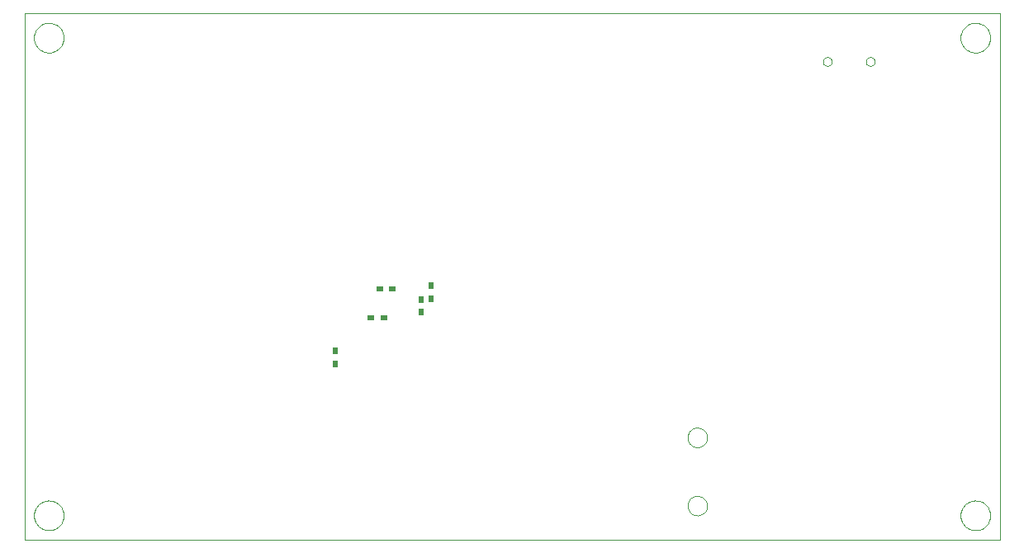
<source format=gbp>
G75*
G70*
%OFA0B0*%
%FSLAX24Y24*%
%IPPOS*%
%LPD*%
%AMOC8*
5,1,8,0,0,1.08239X$1,22.5*
%
%ADD10C,0.0000*%
%ADD11R,0.0236X0.0276*%
%ADD12R,0.0276X0.0236*%
D10*
X000150Y001988D02*
X000150Y023248D01*
X039520Y023248D01*
X039520Y001988D01*
X000150Y001988D01*
X000534Y002973D02*
X000536Y003022D01*
X000542Y003070D01*
X000552Y003118D01*
X000566Y003165D01*
X000583Y003211D01*
X000604Y003255D01*
X000629Y003297D01*
X000657Y003337D01*
X000689Y003375D01*
X000723Y003410D01*
X000760Y003442D01*
X000799Y003471D01*
X000841Y003497D01*
X000885Y003519D01*
X000930Y003537D01*
X000977Y003552D01*
X001024Y003563D01*
X001073Y003570D01*
X001122Y003573D01*
X001171Y003572D01*
X001219Y003567D01*
X001268Y003558D01*
X001315Y003545D01*
X001361Y003528D01*
X001405Y003508D01*
X001448Y003484D01*
X001489Y003457D01*
X001527Y003426D01*
X001563Y003393D01*
X001595Y003357D01*
X001625Y003318D01*
X001652Y003277D01*
X001675Y003233D01*
X001694Y003188D01*
X001710Y003142D01*
X001722Y003095D01*
X001730Y003046D01*
X001734Y002997D01*
X001734Y002949D01*
X001730Y002900D01*
X001722Y002851D01*
X001710Y002804D01*
X001694Y002758D01*
X001675Y002713D01*
X001652Y002669D01*
X001625Y002628D01*
X001595Y002589D01*
X001563Y002553D01*
X001527Y002520D01*
X001489Y002489D01*
X001448Y002462D01*
X001405Y002438D01*
X001361Y002418D01*
X001315Y002401D01*
X001268Y002388D01*
X001219Y002379D01*
X001171Y002374D01*
X001122Y002373D01*
X001073Y002376D01*
X001024Y002383D01*
X000977Y002394D01*
X000930Y002409D01*
X000885Y002427D01*
X000841Y002449D01*
X000799Y002475D01*
X000760Y002504D01*
X000723Y002536D01*
X000689Y002571D01*
X000657Y002609D01*
X000629Y002649D01*
X000604Y002691D01*
X000583Y002735D01*
X000566Y002781D01*
X000552Y002828D01*
X000542Y002876D01*
X000536Y002924D01*
X000534Y002973D01*
X026921Y003366D02*
X026923Y003405D01*
X026929Y003444D01*
X026939Y003482D01*
X026952Y003519D01*
X026969Y003554D01*
X026989Y003588D01*
X027013Y003619D01*
X027040Y003648D01*
X027069Y003674D01*
X027101Y003697D01*
X027135Y003717D01*
X027171Y003733D01*
X027208Y003745D01*
X027247Y003754D01*
X027286Y003759D01*
X027325Y003760D01*
X027364Y003757D01*
X027403Y003750D01*
X027440Y003739D01*
X027477Y003725D01*
X027512Y003707D01*
X027545Y003686D01*
X027576Y003661D01*
X027604Y003634D01*
X027629Y003604D01*
X027651Y003571D01*
X027670Y003537D01*
X027685Y003501D01*
X027697Y003463D01*
X027705Y003425D01*
X027709Y003386D01*
X027709Y003346D01*
X027705Y003307D01*
X027697Y003269D01*
X027685Y003231D01*
X027670Y003195D01*
X027651Y003161D01*
X027629Y003128D01*
X027604Y003098D01*
X027576Y003071D01*
X027545Y003046D01*
X027512Y003025D01*
X027477Y003007D01*
X027440Y002993D01*
X027403Y002982D01*
X027364Y002975D01*
X027325Y002972D01*
X027286Y002973D01*
X027247Y002978D01*
X027208Y002987D01*
X027171Y002999D01*
X027135Y003015D01*
X027101Y003035D01*
X027069Y003058D01*
X027040Y003084D01*
X027013Y003113D01*
X026989Y003144D01*
X026969Y003178D01*
X026952Y003213D01*
X026939Y003250D01*
X026929Y003288D01*
X026923Y003327D01*
X026921Y003366D01*
X026921Y006122D02*
X026923Y006161D01*
X026929Y006200D01*
X026939Y006238D01*
X026952Y006275D01*
X026969Y006310D01*
X026989Y006344D01*
X027013Y006375D01*
X027040Y006404D01*
X027069Y006430D01*
X027101Y006453D01*
X027135Y006473D01*
X027171Y006489D01*
X027208Y006501D01*
X027247Y006510D01*
X027286Y006515D01*
X027325Y006516D01*
X027364Y006513D01*
X027403Y006506D01*
X027440Y006495D01*
X027477Y006481D01*
X027512Y006463D01*
X027545Y006442D01*
X027576Y006417D01*
X027604Y006390D01*
X027629Y006360D01*
X027651Y006327D01*
X027670Y006293D01*
X027685Y006257D01*
X027697Y006219D01*
X027705Y006181D01*
X027709Y006142D01*
X027709Y006102D01*
X027705Y006063D01*
X027697Y006025D01*
X027685Y005987D01*
X027670Y005951D01*
X027651Y005917D01*
X027629Y005884D01*
X027604Y005854D01*
X027576Y005827D01*
X027545Y005802D01*
X027512Y005781D01*
X027477Y005763D01*
X027440Y005749D01*
X027403Y005738D01*
X027364Y005731D01*
X027325Y005728D01*
X027286Y005729D01*
X027247Y005734D01*
X027208Y005743D01*
X027171Y005755D01*
X027135Y005771D01*
X027101Y005791D01*
X027069Y005814D01*
X027040Y005840D01*
X027013Y005869D01*
X026989Y005900D01*
X026969Y005934D01*
X026952Y005969D01*
X026939Y006006D01*
X026929Y006044D01*
X026923Y006083D01*
X026921Y006122D01*
X037936Y002973D02*
X037938Y003022D01*
X037944Y003070D01*
X037954Y003118D01*
X037968Y003165D01*
X037985Y003211D01*
X038006Y003255D01*
X038031Y003297D01*
X038059Y003337D01*
X038091Y003375D01*
X038125Y003410D01*
X038162Y003442D01*
X038201Y003471D01*
X038243Y003497D01*
X038287Y003519D01*
X038332Y003537D01*
X038379Y003552D01*
X038426Y003563D01*
X038475Y003570D01*
X038524Y003573D01*
X038573Y003572D01*
X038621Y003567D01*
X038670Y003558D01*
X038717Y003545D01*
X038763Y003528D01*
X038807Y003508D01*
X038850Y003484D01*
X038891Y003457D01*
X038929Y003426D01*
X038965Y003393D01*
X038997Y003357D01*
X039027Y003318D01*
X039054Y003277D01*
X039077Y003233D01*
X039096Y003188D01*
X039112Y003142D01*
X039124Y003095D01*
X039132Y003046D01*
X039136Y002997D01*
X039136Y002949D01*
X039132Y002900D01*
X039124Y002851D01*
X039112Y002804D01*
X039096Y002758D01*
X039077Y002713D01*
X039054Y002669D01*
X039027Y002628D01*
X038997Y002589D01*
X038965Y002553D01*
X038929Y002520D01*
X038891Y002489D01*
X038850Y002462D01*
X038807Y002438D01*
X038763Y002418D01*
X038717Y002401D01*
X038670Y002388D01*
X038621Y002379D01*
X038573Y002374D01*
X038524Y002373D01*
X038475Y002376D01*
X038426Y002383D01*
X038379Y002394D01*
X038332Y002409D01*
X038287Y002427D01*
X038243Y002449D01*
X038201Y002475D01*
X038162Y002504D01*
X038125Y002536D01*
X038091Y002571D01*
X038059Y002609D01*
X038031Y002649D01*
X038006Y002691D01*
X037985Y002735D01*
X037968Y002781D01*
X037954Y002828D01*
X037944Y002876D01*
X037938Y002924D01*
X037936Y002973D01*
X034117Y021305D02*
X034119Y021331D01*
X034125Y021357D01*
X034135Y021382D01*
X034148Y021405D01*
X034164Y021425D01*
X034184Y021443D01*
X034206Y021458D01*
X034229Y021470D01*
X034255Y021478D01*
X034281Y021482D01*
X034307Y021482D01*
X034333Y021478D01*
X034359Y021470D01*
X034383Y021458D01*
X034404Y021443D01*
X034424Y021425D01*
X034440Y021405D01*
X034453Y021382D01*
X034463Y021357D01*
X034469Y021331D01*
X034471Y021305D01*
X034469Y021279D01*
X034463Y021253D01*
X034453Y021228D01*
X034440Y021205D01*
X034424Y021185D01*
X034404Y021167D01*
X034382Y021152D01*
X034359Y021140D01*
X034333Y021132D01*
X034307Y021128D01*
X034281Y021128D01*
X034255Y021132D01*
X034229Y021140D01*
X034205Y021152D01*
X034184Y021167D01*
X034164Y021185D01*
X034148Y021205D01*
X034135Y021228D01*
X034125Y021253D01*
X034119Y021279D01*
X034117Y021305D01*
X032384Y021305D02*
X032386Y021331D01*
X032392Y021357D01*
X032402Y021382D01*
X032415Y021405D01*
X032431Y021425D01*
X032451Y021443D01*
X032473Y021458D01*
X032496Y021470D01*
X032522Y021478D01*
X032548Y021482D01*
X032574Y021482D01*
X032600Y021478D01*
X032626Y021470D01*
X032650Y021458D01*
X032671Y021443D01*
X032691Y021425D01*
X032707Y021405D01*
X032720Y021382D01*
X032730Y021357D01*
X032736Y021331D01*
X032738Y021305D01*
X032736Y021279D01*
X032730Y021253D01*
X032720Y021228D01*
X032707Y021205D01*
X032691Y021185D01*
X032671Y021167D01*
X032649Y021152D01*
X032626Y021140D01*
X032600Y021132D01*
X032574Y021128D01*
X032548Y021128D01*
X032522Y021132D01*
X032496Y021140D01*
X032472Y021152D01*
X032451Y021167D01*
X032431Y021185D01*
X032415Y021205D01*
X032402Y021228D01*
X032392Y021253D01*
X032386Y021279D01*
X032384Y021305D01*
X037936Y022264D02*
X037938Y022313D01*
X037944Y022361D01*
X037954Y022409D01*
X037968Y022456D01*
X037985Y022502D01*
X038006Y022546D01*
X038031Y022588D01*
X038059Y022628D01*
X038091Y022666D01*
X038125Y022701D01*
X038162Y022733D01*
X038201Y022762D01*
X038243Y022788D01*
X038287Y022810D01*
X038332Y022828D01*
X038379Y022843D01*
X038426Y022854D01*
X038475Y022861D01*
X038524Y022864D01*
X038573Y022863D01*
X038621Y022858D01*
X038670Y022849D01*
X038717Y022836D01*
X038763Y022819D01*
X038807Y022799D01*
X038850Y022775D01*
X038891Y022748D01*
X038929Y022717D01*
X038965Y022684D01*
X038997Y022648D01*
X039027Y022609D01*
X039054Y022568D01*
X039077Y022524D01*
X039096Y022479D01*
X039112Y022433D01*
X039124Y022386D01*
X039132Y022337D01*
X039136Y022288D01*
X039136Y022240D01*
X039132Y022191D01*
X039124Y022142D01*
X039112Y022095D01*
X039096Y022049D01*
X039077Y022004D01*
X039054Y021960D01*
X039027Y021919D01*
X038997Y021880D01*
X038965Y021844D01*
X038929Y021811D01*
X038891Y021780D01*
X038850Y021753D01*
X038807Y021729D01*
X038763Y021709D01*
X038717Y021692D01*
X038670Y021679D01*
X038621Y021670D01*
X038573Y021665D01*
X038524Y021664D01*
X038475Y021667D01*
X038426Y021674D01*
X038379Y021685D01*
X038332Y021700D01*
X038287Y021718D01*
X038243Y021740D01*
X038201Y021766D01*
X038162Y021795D01*
X038125Y021827D01*
X038091Y021862D01*
X038059Y021900D01*
X038031Y021940D01*
X038006Y021982D01*
X037985Y022026D01*
X037968Y022072D01*
X037954Y022119D01*
X037944Y022167D01*
X037938Y022215D01*
X037936Y022264D01*
X000534Y022264D02*
X000536Y022313D01*
X000542Y022361D01*
X000552Y022409D01*
X000566Y022456D01*
X000583Y022502D01*
X000604Y022546D01*
X000629Y022588D01*
X000657Y022628D01*
X000689Y022666D01*
X000723Y022701D01*
X000760Y022733D01*
X000799Y022762D01*
X000841Y022788D01*
X000885Y022810D01*
X000930Y022828D01*
X000977Y022843D01*
X001024Y022854D01*
X001073Y022861D01*
X001122Y022864D01*
X001171Y022863D01*
X001219Y022858D01*
X001268Y022849D01*
X001315Y022836D01*
X001361Y022819D01*
X001405Y022799D01*
X001448Y022775D01*
X001489Y022748D01*
X001527Y022717D01*
X001563Y022684D01*
X001595Y022648D01*
X001625Y022609D01*
X001652Y022568D01*
X001675Y022524D01*
X001694Y022479D01*
X001710Y022433D01*
X001722Y022386D01*
X001730Y022337D01*
X001734Y022288D01*
X001734Y022240D01*
X001730Y022191D01*
X001722Y022142D01*
X001710Y022095D01*
X001694Y022049D01*
X001675Y022004D01*
X001652Y021960D01*
X001625Y021919D01*
X001595Y021880D01*
X001563Y021844D01*
X001527Y021811D01*
X001489Y021780D01*
X001448Y021753D01*
X001405Y021729D01*
X001361Y021709D01*
X001315Y021692D01*
X001268Y021679D01*
X001219Y021670D01*
X001171Y021665D01*
X001122Y021664D01*
X001073Y021667D01*
X001024Y021674D01*
X000977Y021685D01*
X000930Y021700D01*
X000885Y021718D01*
X000841Y021740D01*
X000799Y021766D01*
X000760Y021795D01*
X000723Y021827D01*
X000689Y021862D01*
X000657Y021900D01*
X000629Y021940D01*
X000604Y021982D01*
X000583Y022026D01*
X000566Y022072D01*
X000552Y022119D01*
X000542Y022167D01*
X000536Y022215D01*
X000534Y022264D01*
D11*
X016567Y012246D03*
X016567Y011731D03*
X016174Y011705D03*
X016174Y011189D03*
X012709Y009608D03*
X012709Y009093D03*
D12*
X014144Y010965D03*
X014660Y010965D03*
X014499Y012107D03*
X015014Y012107D03*
M02*

</source>
